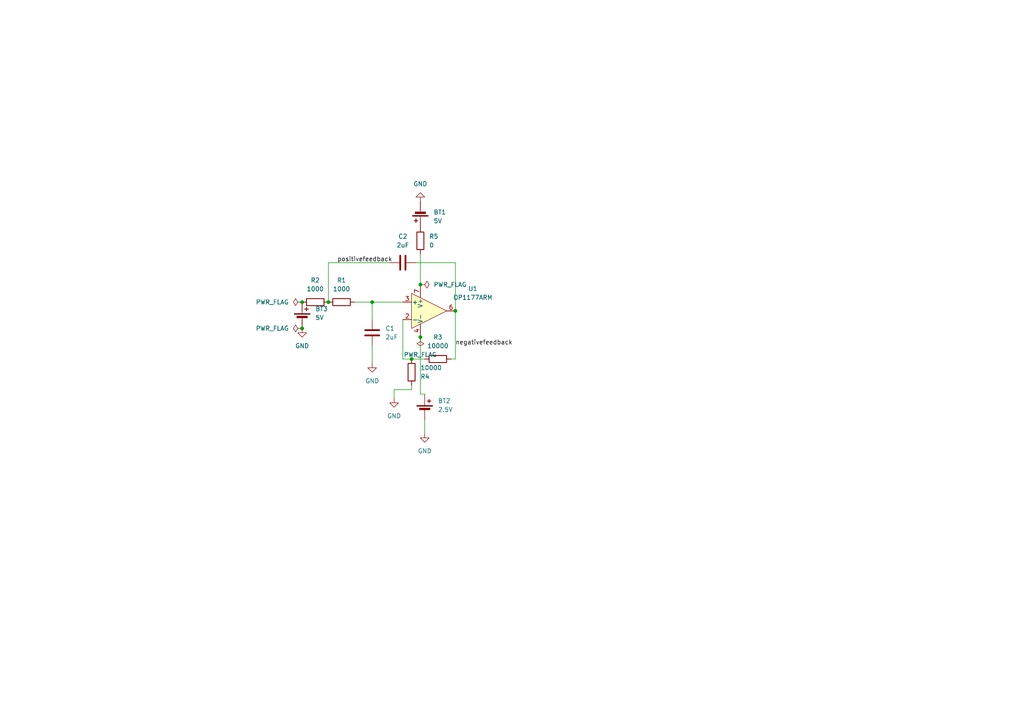
<source format=kicad_sch>
(kicad_sch (version 20250114) (generator "eeschema") (generator_version "9.0")
  (paper "A4")
  (lib_symbols
    (symbol "Amplifier_Operational:OP1177ARM" (pin_names (offset 0.127))
      (property "Reference" "U" (at 2.54 5.08 0))
      (property "Value" "OP1177ARM" (at 7.62 2.54 0))
      (symbol "OP1177ARM_0_1"
        (polyline (pts (xy -5.08 5.08) (xy -5.08 -5.08) (xy 5.08 0) (xy -5.08 5.08)) (fill (type background)))
      )
      (symbol "OP1177ARM_1_1"
        (pin input line (at -7.62 2.54 0) (length 2.54) (name "+") (number "3"))
        (pin input line (at -7.62 -2.54 0) (length 2.54) (name "-") (number "2"))
        (pin no_connect line (at -5.08 0 0) (length 3.81) (hide yes) (name "NC") (number "1"))
        (pin power_in line (at -2.54 7.62 270) (length 3.81) (name "V+") (number "7"))
        (pin power_in line (at -2.54 -7.62 90) (length 3.81) (name "V-") (number "4"))
        (pin no_connect line (at 0 2.54 270) (length 3.81) (hide yes) (name "NC") (number "8"))
        (pin no_connect line (at 0 -2.54 90) (length 3.81) (hide yes) (name "NC") (number "5"))
        (pin output line (at 7.62 0 180) (length 2.54) (name "~") (number "6"))
      )
    )
    (symbol "Device:Battery_Cell" (pin_numbers (hide yes)) (pin_names (offset 0) (hide yes))
      (property "Reference" "BT" (at 2.54 2.54 0))
      (property "Value" "Battery_Cell" (at 2.54 0 0))
      (symbol "Battery_Cell_0_1"
        (rectangle (start -2.286 1.778) (end 2.286 1.524) (fill (type outline)))
        (rectangle (start -1.524 1.016) (end 1.524 0.508) (fill (type outline)))
        (polyline (pts (xy 0 1.778) (xy 0 2.54)))
        (polyline (pts (xy 0 0.762) (xy 0 0)))
        (polyline (pts (xy 0.762 3.048) (xy 1.778 3.048)) (stroke (width 0.254)))
        (polyline (pts (xy 1.27 3.556) (xy 1.27 2.54)) (stroke (width 0.254)))
      )
      (symbol "Battery_Cell_1_1"
        (pin passive line (at 0 5.08 270) (length 2.54) (name "+") (number "1"))
        (pin passive line (at 0 -2.54 90) (length 2.54) (name "-") (number "2"))
      )
    )
    (symbol "Device:C" (pin_numbers (hide yes)) (pin_names (offset 0.254))
      (property "Reference" "C" (at 0.635 2.54 0))
      (property "Value" "C" (at 0.635 -2.54 0))
      (symbol "C_0_1"
        (polyline (pts (xy -2.032 0.762) (xy 2.032 0.762)) (stroke (width 0.508)))
        (polyline (pts (xy -2.032 -0.762) (xy 2.032 -0.762)) (stroke (width 0.508)))
      )
      (symbol "C_1_1"
        (pin passive line (at 0 3.81 270) (length 2.794) (name "~") (number "1"))
        (pin passive line (at 0 -3.81 90) (length 2.794) (name "~") (number "2"))
      )
    )
    (symbol "Device:R" (pin_numbers (hide yes)) (pin_names (offset 0))
      (property "Reference" "R" (at 2.032 0 90))
      (property "Value" "R" (at 0 0 90))
      (symbol "R_0_1"
        (rectangle (start -1.016 -2.54) (end 1.016 2.54) (stroke (width 0.254)))
      )
      (symbol "R_1_1"
        (pin passive line (at 0 3.81 270) (length 1.27) (name "~") (number "1"))
        (pin passive line (at 0 -3.81 90) (length 1.27) (name "~") (number "2"))
      )
    )
    (symbol "power:GND" (power) (pin_numbers (hide yes)) (pin_names (offset 0) (hide yes))
      (property "Value" "GND" (at 0 -3.81 0))
      (symbol "GND_0_1"
        (polyline (pts (xy 0 0) (xy 0 -1.27) (xy 1.27 -1.27) (xy 0 -2.54) (xy -1.27 -1.27) (xy 0 -1.27)))
      )
      (symbol "GND_1_1"
        (pin power_in line (at 0 0 270) (length 0) (name "~") (number "1"))
      )
    )
    (symbol "power:PWR_FLAG" (power) (pin_numbers (hide yes)) (pin_names (offset 0) (hide yes))
      (property "Value" "PWR_FLAG" (at 0 3.81 0))
      (symbol "PWR_FLAG_0_0"
        (pin power_out line (at 0 0 90) (length 0) (name "~") (number "1"))
      )
      (symbol "PWR_FLAG_0_1"
        (polyline (pts (xy 0 0) (xy 0 1.27) (xy -1.016 1.905) (xy 0 2.54) (xy 1.016 1.905) (xy 0 1.27)))
      )
    )
  )
  (junction (at 87.63 95.25))
  (junction (at 121.92 82.55))
  (junction (at 95.25 87.63))
  (junction (at 119.38 104.14))
  (junction (at 132.08 90.17))
  (junction (at 87.63 87.63))
  (junction (at 107.95 87.63))
  (junction (at 121.92 97.79))
  (wire (pts (xy 107.95 87.63) (xy 116.84 87.63)))
  (wire (pts (xy 119.38 113.03) (xy 119.38 111.76)))
  (wire (pts (xy 121.92 73.66) (xy 121.92 82.55)))
  (wire (pts (xy 107.95 105.41) (xy 107.95 100.33)))
  (wire (pts (xy 95.25 87.63) (xy 95.25 76.2)))
  (wire (pts (xy 95.25 76.2) (xy 113.03 76.2)))
  (wire (pts (xy 116.84 104.14) (xy 119.38 104.14)))
  (wire (pts (xy 119.38 104.14) (xy 123.19 104.14)))
  (wire (pts (xy 114.3 113.03) (xy 119.38 113.03)))
  (wire (pts (xy 132.08 90.17) (xy 132.08 104.14)))
  (wire (pts (xy 121.92 114.3) (xy 123.19 114.3)))
  (wire (pts (xy 107.95 87.63) (xy 107.95 92.71)))
  (wire (pts (xy 114.3 115.57) (xy 114.3 113.03)))
  (wire (pts (xy 132.08 76.2) (xy 132.08 90.17)))
  (wire (pts (xy 120.65 76.2) (xy 132.08 76.2)))
  (wire (pts (xy 121.92 97.79) (xy 121.92 114.3)))
  (wire (pts (xy 132.08 104.14) (xy 130.81 104.14)))
  (wire (pts (xy 102.87 87.63) (xy 107.95 87.63)))
  (wire (pts (xy 116.84 92.71) (xy 116.84 104.14)))
  (wire (pts (xy 123.19 121.92) (xy 123.19 125.73)))
  (label "negativefeedback" (at 132.08 100.33 0))
  (label "positivefeedback" (at 97.79 76.2 0))
  (symbol (lib_id "Device:R") (at 91.44 87.63 90) (unit 1)
    (property "Reference" "R2" (at 91.44 81.28 90))
    (property "Value" "1000" (at 91.44 83.82 90))
    (property "Footprint" "Resistor_SMD:R_0201_0603Metric" (effects (hide yes)))
    (property "Description" "Resistor" (effects (hide yes)))
  )
  (symbol (lib_id "power:GND") (at 87.63 95.25 0) (unit 1)
    (property "Reference" "#PWR05" (effects (hide yes)))
    (property "Value" "GND" (at 87.63 100.33 0))
    (property "Description" "Power symbol creates a global label with name \"GND\" , ground" (effects (hide yes)))
  )
  (symbol (lib_id "Device:R") (at 99.06 87.63 90) (unit 1)
    (property "Reference" "R1" (at 99.06 81.28 90))
    (property "Value" "1000" (at 99.06 83.82 90))
    (property "Footprint" "Resistor_SMD:R_0201_0603Metric" (effects (hide yes)))
    (property "Description" "Resistor" (effects (hide yes)))
  )
  (symbol (lib_id "power:PWR_FLAG") (at 121.92 97.79 180) (unit 1)
    (property "Reference" "#FLG03" (effects (hide yes)))
    (property "Value" "PWR_FLAG" (at 121.92 102.87 0))
    (property "Description" "Special symbol for telling ERC where power comes from" (effects (hide yes)))
  )
  (symbol (lib_id "Device:R") (at 127 104.14 90) (unit 1)
    (property "Reference" "R3" (at 127 97.79 90))
    (property "Value" "10000" (at 127 100.33 90))
    (property "Footprint" "Resistor_SMD:R_1020_2550Metric" (effects (hide yes)))
    (property "Description" "Resistor" (effects (hide yes)))
  )
  (symbol (lib_id "Device:R") (at 119.38 107.95 0) (mirror x) (unit 1)
    (property "Reference" "R4" (at 121.92 109.2201 0) (effects (justify left)))
    (property "Value" "10000" (at 121.92 106.6801 0) (effects (justify left)))
    (property "Footprint" "Resistor_SMD:R_1020_2550Metric" (effects (hide yes)))
    (property "Description" "Resistor" (effects (hide yes)))
  )
  (symbol (lib_id "power:GND") (at 107.95 105.41 0) (unit 1)
    (property "Reference" "#PWR01" (effects (hide yes)))
    (property "Value" "GND" (at 107.95 110.49 0))
    (property "Description" "Power symbol creates a global label with name \"GND\" , ground" (effects (hide yes)))
  )
  (symbol (lib_id "Device:C") (at 107.95 96.52 0) (unit 1)
    (property "Reference" "C1" (at 111.76 95.2499 0) (effects (justify left)))
    (property "Value" "2uF" (at 111.76 97.7899 0) (effects (justify left)))
    (property "Footprint" "Capacitor_SMD:C_0201_0603Metric" (effects (hide yes)))
    (property "Description" "Unpolarized capacitor" (effects (hide yes)))
  )
  (symbol (lib_id "power:PWR_FLAG") (at 87.63 95.25 90) (unit 1)
    (property "Reference" "#FLG02" (effects (hide yes)))
    (property "Value" "PWR_FLAG" (at 83.82 95.2499 90) (effects (justify left)))
    (property "Description" "Special symbol for telling ERC where power comes from" (effects (hide yes)))
  )
  (symbol (lib_id "Device:Battery_Cell") (at 123.19 119.38 0) (unit 1)
    (property "Reference" "BT2" (at 127 116.2684 0) (effects (justify left)))
    (property "Value" "2.5V" (at 127 118.8084 0) (effects (justify left)))
    (property "Footprint" "Battery:BatteryHolder_Keystone_2466_1xAAA" (effects (hide yes)))
    (property "Description" "Single-cell battery" (effects (hide yes)))
  )
  (symbol (lib_id "power:GND") (at 114.3 115.57 0) (unit 1)
    (property "Reference" "#PWR02" (effects (hide yes)))
    (property "Value" "GND" (at 114.3 120.65 0))
    (property "Description" "Power symbol creates a global label with name \"GND\" , ground" (effects (hide yes)))
  )
  (symbol (lib_id "Device:Battery_Cell") (at 121.92 60.96 180) (unit 1)
    (property "Reference" "BT1" (at 125.73 61.5314 0) (effects (justify right)))
    (property "Value" "5V" (at 125.73 64.0714 0) (effects (justify right)))
    (property "Footprint" "Battery:BatteryHolder_Keystone_2460_1xAA" (effects (hide yes)))
    (property "Description" "Single-cell battery" (effects (hide yes)))
  )
  (symbol (lib_id "Amplifier_Operational:OP1177ARM") (at 124.46 90.17 0) (unit 1)
    (property "Reference" "U1" (at 137.16 83.7498 0))
    (property "Value" "OP1177ARM" (at 137.16 86.2898 0))
    (property "Footprint" "Package_SO:MSOP-8_3x3mm_P0.65mm" (effects (hide yes)))
    (property "Datasheet" "https://www.analog.com/media/en/technical-documentation/data-sheets/OP1177_2177_4177.pdf" (effects (hide yes)))
    (property "Description" "Precision Low Noise, Low Input Bias Current Operational Amplifier, MSOP-8" (effects (hide yes)))
  )
  (symbol (lib_id "power:PWR_FLAG") (at 121.92 82.55 270) (unit 1)
    (property "Reference" "#FLG04" (effects (hide yes)))
    (property "Value" "PWR_FLAG" (at 125.73 82.5499 90) (effects (justify left)))
    (property "Description" "Special symbol for telling ERC where power comes from" (effects (hide yes)))
  )
  (symbol (lib_id "Device:R") (at 121.92 69.85 0) (unit 1)
    (property "Reference" "R5" (at 124.46 68.5799 0) (effects (justify left)))
    (property "Value" "0" (at 124.46 71.1199 0) (effects (justify left)))
    (property "Footprint" "Resistor_SMD:R_0603_1608Metric" (effects (hide yes)))
    (property "Description" "Resistor" (effects (hide yes)))
  )
  (symbol (lib_id "Device:Battery_Cell") (at 87.63 92.71 0) (unit 1)
    (property "Reference" "BT3" (at 91.44 89.5984 0) (effects (justify left)))
    (property "Value" "5V" (at 91.44 92.1384 0) (effects (justify left)))
    (property "Footprint" "Battery:BatteryHolder_Keystone_2460_1xAA" (effects (hide yes)))
    (property "Description" "Single-cell battery" (effects (hide yes)))
  )
  (symbol (lib_id "Device:C") (at 116.84 76.2 90) (unit 1)
    (property "Reference" "C2" (at 116.84 68.58 90))
    (property "Value" "2uF" (at 116.84 71.12 90))
    (property "Footprint" "Capacitor_SMD:C_0201_0603Metric" (effects (hide yes)))
    (property "Description" "Unpolarized capacitor" (effects (hide yes)))
  )
  (symbol (lib_id "power:GND") (at 121.92 58.42 180) (unit 1)
    (property "Reference" "#PWR03" (effects (hide yes)))
    (property "Value" "GND" (at 121.92 53.34 0))
    (property "Description" "Power symbol creates a global label with name \"GND\" , ground" (effects (hide yes)))
  )
  (symbol (lib_id "power:GND") (at 123.19 125.73 0) (unit 1)
    (property "Reference" "#PWR04" (effects (hide yes)))
    (property "Value" "GND" (at 123.19 130.81 0))
    (property "Description" "Power symbol creates a global label with name \"GND\" , ground" (effects (hide yes)))
  )
  (symbol (lib_id "power:PWR_FLAG") (at 87.63 87.63 90) (unit 1)
    (property "Reference" "#FLG01" (effects (hide yes)))
    (property "Value" "PWR_FLAG" (at 83.82 87.6299 90) (effects (justify left)))
    (property "Description" "Special symbol for telling ERC where power comes from" (effects (hide yes)))
  )
)
</source>
